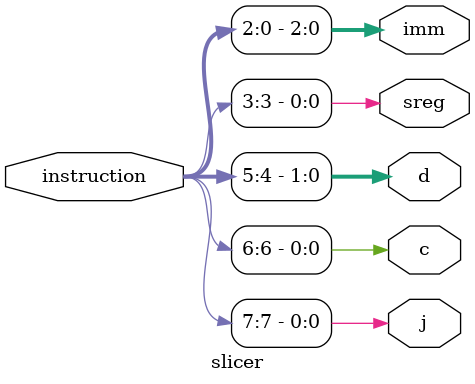
<source format=sv>
`timescale 1ns / 1ps


module slicer(
    input logic [7:0]instruction,
    output logic j,
    output logic c,
    output logic [1:0]d,
    output logic sreg,
    output logic [2:0]imm
    );
    

    
    always@ (*) begin
        j<=instruction[7];
        c<=instruction[6];
        d[1]<=instruction[5];
        d[0]<=instruction[4];
        sreg<=instruction[3];
        imm[2]<=instruction[2];
        imm[1]<=instruction[1];
        imm[0]<=instruction[0];
    end
endmodule

</source>
